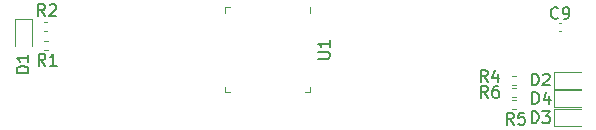
<source format=gto>
%TF.GenerationSoftware,KiCad,Pcbnew,6.0.2*%
%TF.CreationDate,2022-04-10T12:21:24-06:00*%
%TF.ProjectId,FPGA_1,46504741-5f31-42e6-9b69-6361645f7063,rev?*%
%TF.SameCoordinates,Original*%
%TF.FileFunction,Legend,Top*%
%TF.FilePolarity,Positive*%
%FSLAX46Y46*%
G04 Gerber Fmt 4.6, Leading zero omitted, Abs format (unit mm)*
G04 Created by KiCad (PCBNEW 6.0.2) date 2022-04-10 12:21:24*
%MOMM*%
%LPD*%
G01*
G04 APERTURE LIST*
%ADD10C,0.150000*%
%ADD11C,0.120000*%
G04 APERTURE END LIST*
D10*
%TO.C,R5*%
X107199133Y-95245180D02*
X106865800Y-94768990D01*
X106627704Y-95245180D02*
X106627704Y-94245180D01*
X107008657Y-94245180D01*
X107103895Y-94292800D01*
X107151514Y-94340419D01*
X107199133Y-94435657D01*
X107199133Y-94578514D01*
X107151514Y-94673752D01*
X107103895Y-94721371D01*
X107008657Y-94768990D01*
X106627704Y-94768990D01*
X108103895Y-94245180D02*
X107627704Y-94245180D01*
X107580085Y-94721371D01*
X107627704Y-94673752D01*
X107722942Y-94626133D01*
X107961038Y-94626133D01*
X108056276Y-94673752D01*
X108103895Y-94721371D01*
X108151514Y-94816609D01*
X108151514Y-95054704D01*
X108103895Y-95149942D01*
X108056276Y-95197561D01*
X107961038Y-95245180D01*
X107722942Y-95245180D01*
X107627704Y-95197561D01*
X107580085Y-95149942D01*
%TO.C,D2*%
X108735904Y-91917780D02*
X108735904Y-90917780D01*
X108974000Y-90917780D01*
X109116857Y-90965400D01*
X109212095Y-91060638D01*
X109259714Y-91155876D01*
X109307333Y-91346352D01*
X109307333Y-91489209D01*
X109259714Y-91679685D01*
X109212095Y-91774923D01*
X109116857Y-91870161D01*
X108974000Y-91917780D01*
X108735904Y-91917780D01*
X109688285Y-91013019D02*
X109735904Y-90965400D01*
X109831142Y-90917780D01*
X110069238Y-90917780D01*
X110164476Y-90965400D01*
X110212095Y-91013019D01*
X110259714Y-91108257D01*
X110259714Y-91203495D01*
X110212095Y-91346352D01*
X109640666Y-91917780D01*
X110259714Y-91917780D01*
%TO.C,D1*%
X66111380Y-90857295D02*
X65111380Y-90857295D01*
X65111380Y-90619200D01*
X65159000Y-90476342D01*
X65254238Y-90381104D01*
X65349476Y-90333485D01*
X65539952Y-90285866D01*
X65682809Y-90285866D01*
X65873285Y-90333485D01*
X65968523Y-90381104D01*
X66063761Y-90476342D01*
X66111380Y-90619200D01*
X66111380Y-90857295D01*
X66111380Y-89333485D02*
X66111380Y-89904914D01*
X66111380Y-89619200D02*
X65111380Y-89619200D01*
X65254238Y-89714438D01*
X65349476Y-89809676D01*
X65397095Y-89904914D01*
%TO.C,R6*%
X105014733Y-92959180D02*
X104681400Y-92482990D01*
X104443304Y-92959180D02*
X104443304Y-91959180D01*
X104824257Y-91959180D01*
X104919495Y-92006800D01*
X104967114Y-92054419D01*
X105014733Y-92149657D01*
X105014733Y-92292514D01*
X104967114Y-92387752D01*
X104919495Y-92435371D01*
X104824257Y-92482990D01*
X104443304Y-92482990D01*
X105871876Y-91959180D02*
X105681400Y-91959180D01*
X105586161Y-92006800D01*
X105538542Y-92054419D01*
X105443304Y-92197276D01*
X105395685Y-92387752D01*
X105395685Y-92768704D01*
X105443304Y-92863942D01*
X105490923Y-92911561D01*
X105586161Y-92959180D01*
X105776638Y-92959180D01*
X105871876Y-92911561D01*
X105919495Y-92863942D01*
X105967114Y-92768704D01*
X105967114Y-92530609D01*
X105919495Y-92435371D01*
X105871876Y-92387752D01*
X105776638Y-92340133D01*
X105586161Y-92340133D01*
X105490923Y-92387752D01*
X105443304Y-92435371D01*
X105395685Y-92530609D01*
%TO.C,U1*%
X90632380Y-89661904D02*
X91441904Y-89661904D01*
X91537142Y-89614285D01*
X91584761Y-89566666D01*
X91632380Y-89471428D01*
X91632380Y-89280952D01*
X91584761Y-89185714D01*
X91537142Y-89138095D01*
X91441904Y-89090476D01*
X90632380Y-89090476D01*
X91632380Y-88090476D02*
X91632380Y-88661904D01*
X91632380Y-88376190D02*
X90632380Y-88376190D01*
X90775238Y-88471428D01*
X90870476Y-88566666D01*
X90918095Y-88661904D01*
%TO.C,R2*%
X67524333Y-86050380D02*
X67191000Y-85574190D01*
X66952904Y-86050380D02*
X66952904Y-85050380D01*
X67333857Y-85050380D01*
X67429095Y-85098000D01*
X67476714Y-85145619D01*
X67524333Y-85240857D01*
X67524333Y-85383714D01*
X67476714Y-85478952D01*
X67429095Y-85526571D01*
X67333857Y-85574190D01*
X66952904Y-85574190D01*
X67905285Y-85145619D02*
X67952904Y-85098000D01*
X68048142Y-85050380D01*
X68286238Y-85050380D01*
X68381476Y-85098000D01*
X68429095Y-85145619D01*
X68476714Y-85240857D01*
X68476714Y-85336095D01*
X68429095Y-85478952D01*
X67857666Y-86050380D01*
X68476714Y-86050380D01*
%TO.C,R1*%
X67549733Y-90241380D02*
X67216400Y-89765190D01*
X66978304Y-90241380D02*
X66978304Y-89241380D01*
X67359257Y-89241380D01*
X67454495Y-89289000D01*
X67502114Y-89336619D01*
X67549733Y-89431857D01*
X67549733Y-89574714D01*
X67502114Y-89669952D01*
X67454495Y-89717571D01*
X67359257Y-89765190D01*
X66978304Y-89765190D01*
X68502114Y-90241380D02*
X67930685Y-90241380D01*
X68216400Y-90241380D02*
X68216400Y-89241380D01*
X68121161Y-89384238D01*
X68025923Y-89479476D01*
X67930685Y-89527095D01*
%TO.C,R4*%
X104989333Y-91638380D02*
X104656000Y-91162190D01*
X104417904Y-91638380D02*
X104417904Y-90638380D01*
X104798857Y-90638380D01*
X104894095Y-90686000D01*
X104941714Y-90733619D01*
X104989333Y-90828857D01*
X104989333Y-90971714D01*
X104941714Y-91066952D01*
X104894095Y-91114571D01*
X104798857Y-91162190D01*
X104417904Y-91162190D01*
X105846476Y-90971714D02*
X105846476Y-91638380D01*
X105608380Y-90590761D02*
X105370285Y-91305047D01*
X105989333Y-91305047D01*
%TO.C,C9*%
X110958333Y-86192142D02*
X110910714Y-86239761D01*
X110767857Y-86287380D01*
X110672619Y-86287380D01*
X110529761Y-86239761D01*
X110434523Y-86144523D01*
X110386904Y-86049285D01*
X110339285Y-85858809D01*
X110339285Y-85715952D01*
X110386904Y-85525476D01*
X110434523Y-85430238D01*
X110529761Y-85335000D01*
X110672619Y-85287380D01*
X110767857Y-85287380D01*
X110910714Y-85335000D01*
X110958333Y-85382619D01*
X111434523Y-86287380D02*
X111625000Y-86287380D01*
X111720238Y-86239761D01*
X111767857Y-86192142D01*
X111863095Y-86049285D01*
X111910714Y-85858809D01*
X111910714Y-85477857D01*
X111863095Y-85382619D01*
X111815476Y-85335000D01*
X111720238Y-85287380D01*
X111529761Y-85287380D01*
X111434523Y-85335000D01*
X111386904Y-85382619D01*
X111339285Y-85477857D01*
X111339285Y-85715952D01*
X111386904Y-85811190D01*
X111434523Y-85858809D01*
X111529761Y-85906428D01*
X111720238Y-85906428D01*
X111815476Y-85858809D01*
X111863095Y-85811190D01*
X111910714Y-85715952D01*
%TO.C,D3*%
X108735904Y-95118180D02*
X108735904Y-94118180D01*
X108974000Y-94118180D01*
X109116857Y-94165800D01*
X109212095Y-94261038D01*
X109259714Y-94356276D01*
X109307333Y-94546752D01*
X109307333Y-94689609D01*
X109259714Y-94880085D01*
X109212095Y-94975323D01*
X109116857Y-95070561D01*
X108974000Y-95118180D01*
X108735904Y-95118180D01*
X109640666Y-94118180D02*
X110259714Y-94118180D01*
X109926380Y-94499133D01*
X110069238Y-94499133D01*
X110164476Y-94546752D01*
X110212095Y-94594371D01*
X110259714Y-94689609D01*
X110259714Y-94927704D01*
X110212095Y-95022942D01*
X110164476Y-95070561D01*
X110069238Y-95118180D01*
X109783523Y-95118180D01*
X109688285Y-95070561D01*
X109640666Y-95022942D01*
%TO.C,D4*%
X108786704Y-93492580D02*
X108786704Y-92492580D01*
X109024800Y-92492580D01*
X109167657Y-92540200D01*
X109262895Y-92635438D01*
X109310514Y-92730676D01*
X109358133Y-92921152D01*
X109358133Y-93064009D01*
X109310514Y-93254485D01*
X109262895Y-93349723D01*
X109167657Y-93444961D01*
X109024800Y-93492580D01*
X108786704Y-93492580D01*
X110215276Y-92825914D02*
X110215276Y-93492580D01*
X109977180Y-92444961D02*
X109739085Y-93159247D01*
X110358133Y-93159247D01*
D11*
%TO.C,R5*%
X107381021Y-93928200D02*
X107045779Y-93928200D01*
X107381021Y-93168200D02*
X107045779Y-93168200D01*
%TO.C,D2*%
X110630600Y-90755800D02*
X110630600Y-92225800D01*
X112915600Y-90755800D02*
X110630600Y-90755800D01*
X110630600Y-92225800D02*
X112915600Y-92225800D01*
%TO.C,D1*%
X64974800Y-86272000D02*
X64974800Y-88557000D01*
X66444800Y-86272000D02*
X64974800Y-86272000D01*
X66444800Y-88557000D02*
X66444800Y-86272000D01*
%TO.C,R6*%
X107406421Y-92152200D02*
X107071179Y-92152200D01*
X107406421Y-92912200D02*
X107071179Y-92912200D01*
%TO.C,U1*%
X82750000Y-85290000D02*
X83225000Y-85290000D01*
X89970000Y-92510000D02*
X89495000Y-92510000D01*
X89970000Y-85765000D02*
X89970000Y-85290000D01*
X82750000Y-85765000D02*
X82750000Y-85290000D01*
X82750000Y-92035000D02*
X82750000Y-92510000D01*
X82750000Y-92510000D02*
X83225000Y-92510000D01*
X89970000Y-92035000D02*
X89970000Y-92510000D01*
%TO.C,R2*%
X67731621Y-87324200D02*
X67396379Y-87324200D01*
X67731621Y-86564200D02*
X67396379Y-86564200D01*
%TO.C,R1*%
X67757021Y-88139000D02*
X67421779Y-88139000D01*
X67757021Y-88899000D02*
X67421779Y-88899000D01*
%TO.C,R4*%
X107431821Y-91136200D02*
X107096579Y-91136200D01*
X107431821Y-91896200D02*
X107096579Y-91896200D01*
%TO.C,C9*%
X111009165Y-86635000D02*
X111240835Y-86635000D01*
X111009165Y-87355000D02*
X111240835Y-87355000D01*
%TO.C,D3*%
X110630600Y-95375400D02*
X112915600Y-95375400D01*
X110630600Y-93905400D02*
X110630600Y-95375400D01*
X112915600Y-93905400D02*
X110630600Y-93905400D01*
%TO.C,D4*%
X110630600Y-92305200D02*
X110630600Y-93775200D01*
X110630600Y-93775200D02*
X112915600Y-93775200D01*
X112915600Y-92305200D02*
X110630600Y-92305200D01*
%TD*%
M02*

</source>
